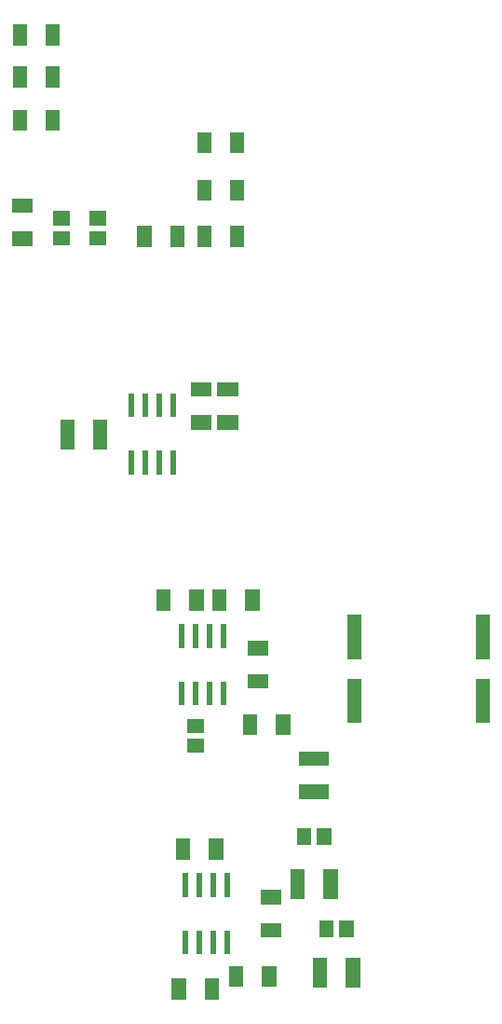
<source format=gbr>
G04 start of page 10 for group -4015 idx -4015 *
G04 Title: (unknown), toppaste *
G04 Creator: pcb 20140316 *
G04 CreationDate: Tue 22 Dec 2015 03:43:44 PM GMT UTC *
G04 For: fosse *
G04 Format: Gerber/RS-274X *
G04 PCB-Dimensions (mil): 5250.00 5000.00 *
G04 PCB-Coordinate-Origin: lower left *
%MOIN*%
%FSLAX25Y25*%
%LNTOPPASTE*%
%ADD92R,0.0515X0.0515*%
%ADD91R,0.0200X0.0200*%
%ADD90R,0.0512X0.0512*%
G54D90*X225819Y320100D02*X228181D01*
X225819Y308290D02*X228181D01*
X292095Y310281D02*Y307919D01*
X303905Y310281D02*Y307919D01*
X226095Y367281D02*Y364919D01*
X237905Y367281D02*Y364919D01*
X226095Y382281D02*Y379919D01*
X237905Y382281D02*Y379919D01*
X226095Y351781D02*Y349419D01*
X237905Y351781D02*Y349419D01*
X270595Y310281D02*Y307919D01*
X282405Y310281D02*Y307919D01*
X240607Y315643D02*X241393D01*
X240607Y308557D02*X241393D01*
X253607Y315643D02*X254393D01*
X253607Y308557D02*X254393D01*
X292095Y326781D02*Y324419D01*
X303905Y326781D02*Y324419D01*
X292095Y343781D02*Y341419D01*
X303905Y343781D02*Y341419D01*
X289819Y254514D02*X292181D01*
X289819Y242704D02*X292181D01*
X243095Y241105D02*Y235595D01*
X254905Y241105D02*Y235595D01*
G54D91*X281000Y252100D02*Y245600D01*
X276000Y252100D02*Y245600D01*
X271000Y252100D02*Y245600D01*
X266000Y252100D02*Y245600D01*
Y231600D02*Y225100D01*
X271000Y231600D02*Y225100D01*
X276000Y231600D02*Y225100D01*
X281000Y231600D02*Y225100D01*
G54D90*X299319Y254505D02*X301681D01*
X299319Y242695D02*X301681D01*
X328645Y110695D02*X334155D01*
X328645Y122505D02*X334155D01*
X325495Y80355D02*Y74845D01*
X337305Y80355D02*Y74845D01*
X327857Y94993D02*Y94207D01*
X334943Y94993D02*Y94207D01*
X333495Y48855D02*Y43345D01*
X345305Y48855D02*Y43345D01*
G54D92*X345900Y171332D02*Y160702D01*
Y148498D02*Y137868D01*
X391900Y171332D02*Y160702D01*
Y148498D02*Y137868D01*
G54D90*X314719Y61195D02*X317081D01*
X314719Y73005D02*X317081D01*
G54D91*X285400Y60100D02*Y53600D01*
X290400Y60100D02*Y53600D01*
X295400Y60100D02*Y53600D01*
X300400Y60100D02*Y53600D01*
Y80600D02*Y74100D01*
X295400Y80600D02*Y74100D01*
X290400Y80600D02*Y74100D01*
X285400Y80600D02*Y74100D01*
G54D90*X284495Y91281D02*Y88919D01*
X296305Y91281D02*Y88919D01*
X303495Y45781D02*Y43419D01*
X315305Y45781D02*Y43419D01*
G54D91*X283900Y149100D02*Y142600D01*
X288900Y149100D02*Y142600D01*
X293900Y149100D02*Y142600D01*
X298900Y149100D02*Y142600D01*
Y169600D02*Y163100D01*
X293900Y169600D02*Y163100D01*
X288900Y169600D02*Y163100D01*
X283900Y169600D02*Y163100D01*
G54D90*X297495Y180281D02*Y177919D01*
X309305Y180281D02*Y177919D01*
X310219Y150195D02*X312581D01*
X310219Y162005D02*X312581D01*
X277495Y180281D02*Y177919D01*
X289305Y180281D02*Y177919D01*
X308495Y135781D02*Y133419D01*
X320305Y135781D02*Y133419D01*
X288507Y127057D02*X289293D01*
X288507Y134143D02*X289293D01*
X282995Y41281D02*Y38919D01*
X294805Y41281D02*Y38919D01*
X335857Y61993D02*Y61207D01*
X342943Y61993D02*Y61207D01*
M02*

</source>
